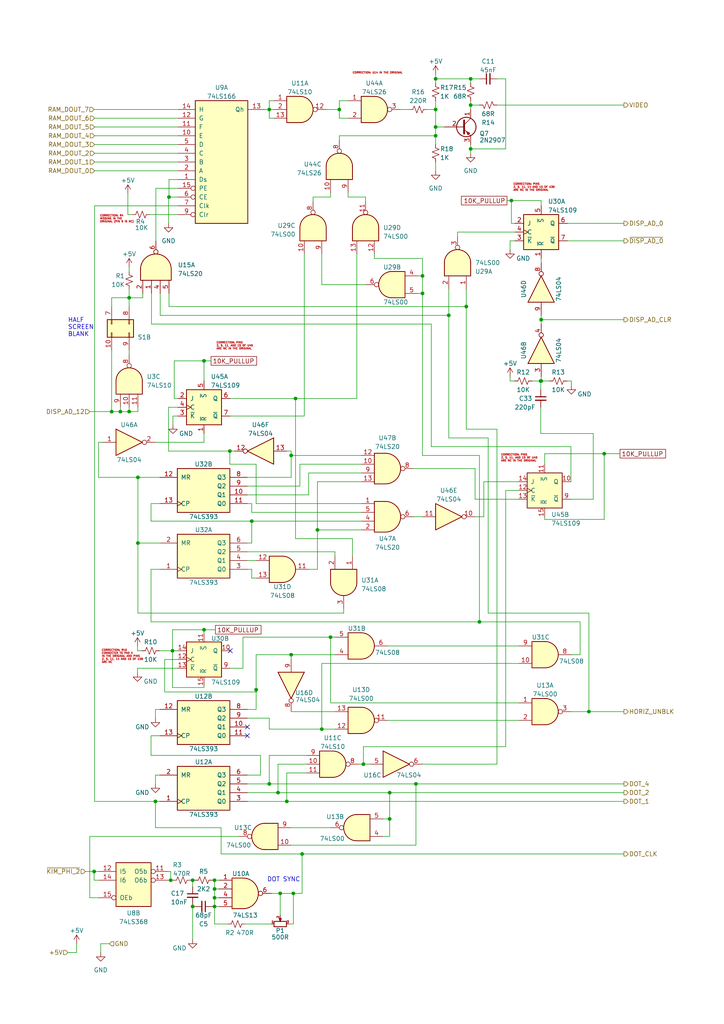
<source format=kicad_sch>
(kicad_sch (version 20230121) (generator eeschema)
  (paper "A4" portrait)
  (title_block (title "MTU K-1008 Visable Memory card replica") (comment 1 "9/4/77 HAL CHAMBERLIN") (comment 2 "SYNC AND VIDEO GEN") (comment 3 "MTU VISABLE MEMORY 22 PIN RAM") (comment 4 "KiCad version and corrections 2023 Eduardo Casino"))
  (lib_symbols
    (symbol "74xx:74LS00" (pin_names (offset 1.016))
      (property "Reference" "U" (at 0 1.27 0))
      (property "Value" "74LS00" (at 0 -1.27 0))
      (symbol "74LS00_1_1"
        (pin input line (at -7.62 2.54 0) (length 3.81) (name "~") (number "1"))
        (pin input line (at -7.62 -2.54 0) (length 3.81) (name "~") (number "2"))
        (pin output inverted (at 7.62 0 180) (length 3.81) (name "~") (number "3"))
      )
      (symbol "74LS00_1_2"
        (pin input inverted (at -7.62 2.54 0) (length 4.318) (name "~") (number "1"))
        (pin input inverted (at -7.62 -2.54 0) (length 4.318) (name "~") (number "2"))
        (pin output line (at 7.62 0 180) (length 3.81) (name "~") (number "3"))
      )
      (symbol "74LS00_2_1"
        (pin input line (at -7.62 2.54 0) (length 3.81) (name "~") (number "4"))
        (pin input line (at -7.62 -2.54 0) (length 3.81) (name "~") (number "5"))
        (pin output inverted (at 7.62 0 180) (length 3.81) (name "~") (number "6"))
      )
      (symbol "74LS00_2_2"
        (pin input inverted (at -7.62 2.54 0) (length 4.318) (name "~") (number "4"))
        (pin input inverted (at -7.62 -2.54 0) (length 4.318) (name "~") (number "5"))
        (pin output line (at 7.62 0 180) (length 3.81) (name "~") (number "6"))
      )
      (symbol "74LS00_3_1"
        (pin input line (at -7.62 -2.54 0) (length 3.81) (name "~") (number "10"))
        (pin output inverted (at 7.62 0 180) (length 3.81) (name "~") (number "8"))
        (pin input line (at -7.62 2.54 0) (length 3.81) (name "~") (number "9"))
      )
      (symbol "74LS00_3_2"
        (pin input inverted (at -7.62 -2.54 0) (length 4.318) (name "~") (number "10"))
        (pin output line (at 7.62 0 180) (length 3.81) (name "~") (number "8"))
        (pin input inverted (at -7.62 2.54 0) (length 4.318) (name "~") (number "9"))
      )
      (symbol "74LS00_4_1"
        (pin output inverted (at 7.62 0 180) (length 3.81) (name "~") (number "11"))
        (pin input line (at -7.62 2.54 0) (length 3.81) (name "~") (number "12"))
        (pin input line (at -7.62 -2.54 0) (length 3.81) (name "~") (number "13"))
      )
      (symbol "74LS00_4_2"
        (pin output line (at 7.62 0 180) (length 3.81) (name "~") (number "11"))
        (pin input inverted (at -7.62 2.54 0) (length 4.318) (name "~") (number "12"))
        (pin input inverted (at -7.62 -2.54 0) (length 4.318) (name "~") (number "13"))
      )
      (symbol "74LS00_5_0"
        (pin power_in line (at 0 12.7 270) (length 5.08) (name "VCC") (number "14"))
        (pin power_in line (at 0 -12.7 90) (length 5.08) (name "GND") (number "7"))
      )
    )
    (symbol "74xx:74LS04"
      (property "Reference" "U" (at 0 1.27 0))
      (property "Value" "74LS04" (at 0 -1.27 0))
      (symbol "74LS04_1_0"
        (pin input line (at -7.62 0 0) (length 3.81) (name "~") (number "1"))
        (pin output inverted (at 7.62 0 180) (length 3.81) (name "~") (number "2"))
      )
      (symbol "74LS04_2_0"
        (pin input line (at -7.62 0 0) (length 3.81) (name "~") (number "3"))
        (pin output inverted (at 7.62 0 180) (length 3.81) (name "~") (number "4"))
      )
      (symbol "74LS04_3_0"
        (pin input line (at -7.62 0 0) (length 3.81) (name "~") (number "5"))
        (pin output inverted (at 7.62 0 180) (length 3.81) (name "~") (number "6"))
      )
      (symbol "74LS04_4_0"
        (pin output inverted (at 7.62 0 180) (length 3.81) (name "~") (number "8"))
        (pin input line (at -7.62 0 0) (length 3.81) (name "~") (number "9"))
      )
      (symbol "74LS04_5_0"
        (pin output inverted (at 7.62 0 180) (length 3.81) (name "~") (number "10"))
        (pin input line (at -7.62 0 0) (length 3.81) (name "~") (number "11"))
      )
      (symbol "74LS04_6_0"
        (pin output inverted (at 7.62 0 180) (length 3.81) (name "~") (number "12"))
        (pin input line (at -7.62 0 0) (length 3.81) (name "~") (number "13"))
      )
      (symbol "74LS04_7_0"
        (pin power_in line (at 0 12.7 270) (length 5.08) (name "VCC") (number "14"))
        (pin power_in line (at 0 -12.7 90) (length 5.08) (name "GND") (number "7"))
      )
    )
    (symbol "74xx:74LS08" (pin_names (offset 1.016))
      (property "Reference" "U" (at 0 1.27 0))
      (property "Value" "74LS08" (at 0 -1.27 0))
      (symbol "74LS08_1_1"
        (pin input line (at -7.62 2.54 0) (length 3.81) (name "~") (number "1"))
        (pin input line (at -7.62 -2.54 0) (length 3.81) (name "~") (number "2"))
        (pin output line (at 7.62 0 180) (length 3.81) (name "~") (number "3"))
      )
      (symbol "74LS08_1_2"
        (pin input inverted (at -7.62 2.54 0) (length 4.318) (name "~") (number "1"))
        (pin input inverted (at -7.62 -2.54 0) (length 4.318) (name "~") (number "2"))
        (pin output inverted (at 7.62 0 180) (length 3.81) (name "~") (number "3"))
      )
      (symbol "74LS08_2_1"
        (pin input line (at -7.62 2.54 0) (length 3.81) (name "~") (number "4"))
        (pin input line (at -7.62 -2.54 0) (length 3.81) (name "~") (number "5"))
        (pin output line (at 7.62 0 180) (length 3.81) (name "~") (number "6"))
      )
      (symbol "74LS08_2_2"
        (pin input inverted (at -7.62 2.54 0) (length 4.318) (name "~") (number "4"))
        (pin input inverted (at -7.62 -2.54 0) (length 4.318) (name "~") (number "5"))
        (pin output inverted (at 7.62 0 180) (length 3.81) (name "~") (number "6"))
      )
      (symbol "74LS08_3_1"
        (pin input line (at -7.62 -2.54 0) (length 3.81) (name "~") (number "10"))
        (pin output line (at 7.62 0 180) (length 3.81) (name "~") (number "8"))
        (pin input line (at -7.62 2.54 0) (length 3.81) (name "~") (number "9"))
      )
      (symbol "74LS08_3_2"
        (pin input inverted (at -7.62 -2.54 0) (length 4.318) (name "~") (number "10"))
        (pin output inverted (at 7.62 0 180) (length 3.81) (name "~") (number "8"))
        (pin input inverted (at -7.62 2.54 0) (length 4.318) (name "~") (number "9"))
      )
      (symbol "74LS08_4_1"
        (pin output line (at 7.62 0 180) (length 3.81) (name "~") (number "11"))
        (pin input line (at -7.62 2.54 0) (length 3.81) (name "~") (number "12"))
        (pin input line (at -7.62 -2.54 0) (length 3.81) (name "~") (number "13"))
      )
      (symbol "74LS08_4_2"
        (pin output inverted (at 7.62 0 180) (length 3.81) (name "~") (number "11"))
        (pin input inverted (at -7.62 2.54 0) (length 4.318) (name "~") (number "12"))
        (pin input inverted (at -7.62 -2.54 0) (length 4.318) (name "~") (number "13"))
      )
      (symbol "74LS08_5_0"
        (pin power_in line (at 0 12.7 270) (length 5.08) (name "VCC") (number "14"))
        (pin power_in line (at 0 -12.7 90) (length 5.08) (name "GND") (number "7"))
      )
    )
    (symbol "74xx:74LS10" (pin_names (offset 1.016))
      (property "Reference" "U" (at 0 1.27 0))
      (property "Value" "74LS10" (at 0 -1.27 0))
      (symbol "74LS10_1_1"
        (pin input line (at -7.62 2.54 0) (length 3.81) (name "~") (number "1"))
        (pin output inverted (at 7.62 0 180) (length 3.81) (name "~") (number "12"))
        (pin input line (at -7.62 -2.54 0) (length 3.81) (name "~") (number "13"))
        (pin input line (at -7.62 0 0) (length 3.81) (name "~") (number "2"))
      )
      (symbol "74LS10_1_2"
        (pin input inverted (at -7.62 2.54 0) (length 4.318) (name "~") (number "1"))
        (pin output line (at 7.62 0 180) (length 3.81) (name "~") (number "12"))
        (pin input inverted (at -7.62 -2.54 0) (length 4.318) (name "~") (number "13"))
        (pin input inverted (at -7.62 0 0) (length 4.953) (name "~") (number "2"))
      )
      (symbol "74LS10_2_1"
        (pin input line (at -7.62 2.54 0) (length 3.81) (name "~") (number "3"))
        (pin input line (at -7.62 0 0) (length 3.81) (name "~") (number "4"))
        (pin input line (at -7.62 -2.54 0) (length 3.81) (name "~") (number "5"))
        (pin output inverted (at 7.62 0 180) (length 3.81) (name "~") (number "6"))
      )
      (symbol "74LS10_2_2"
        (pin input inverted (at -7.62 2.54 0) (length 4.318) (name "~") (number "3"))
        (pin input inverted (at -7.62 0 0) (length 4.953) (name "~") (number "4"))
        (pin input inverted (at -7.62 -2.54 0) (length 4.318) (name "~") (number "5"))
        (pin output line (at 7.62 0 180) (length 3.81) (name "~") (number "6"))
      )
      (symbol "74LS10_3_1"
        (pin input line (at -7.62 0 0) (length 3.81) (name "~") (number "10"))
        (pin input line (at -7.62 -2.54 0) (length 3.81) (name "~") (number "11"))
        (pin output inverted (at 7.62 0 180) (length 3.81) (name "~") (number "8"))
        (pin input line (at -7.62 2.54 0) (length 3.81) (name "~") (number "9"))
      )
      (symbol "74LS10_3_2"
        (pin input inverted (at -7.62 0 0) (length 4.953) (name "~") (number "10"))
        (pin input inverted (at -7.62 -2.54 0) (length 4.318) (name "~") (number "11"))
        (pin output line (at 7.62 0 180) (length 3.81) (name "~") (number "8"))
        (pin input inverted (at -7.62 2.54 0) (length 4.318) (name "~") (number "9"))
      )
      (symbol "74LS10_4_0"
        (pin power_in line (at 0 12.7 270) (length 5.08) (name "VCC") (number "14"))
        (pin power_in line (at 0 -12.7 90) (length 5.08) (name "GND") (number "7"))
      )
    )
    (symbol "74xx:74LS109" (pin_names (offset 1.016))
      (property "Reference" "U" (at -7.62 8.89 0))
      (property "Value" "74LS109" (at -7.62 -8.89 0))
      (symbol "74LS109_1_0"
        (pin input line (at 0 -7.62 90) (length 2.54) (name "~{R}") (number "1"))
        (pin input line (at -7.62 2.54 0) (length 2.54) (name "J") (number "2"))
        (pin input line (at -7.62 -2.54 0) (length 2.54) (name "~{K}") (number "3"))
        (pin input clock (at -7.62 0 0) (length 2.54) (name "C") (number "4"))
        (pin input line (at 0 7.62 270) (length 2.54) (name "~{S}") (number "5"))
        (pin output line (at 7.62 2.54 180) (length 2.54) (name "Q") (number "6"))
        (pin output line (at 7.62 -2.54 180) (length 2.54) (name "~{Q}") (number "7"))
      )
      (symbol "74LS109_2_0"
        (pin output line (at 7.62 2.54 180) (length 2.54) (name "Q") (number "10"))
        (pin input line (at 0 7.62 270) (length 2.54) (name "~{S}") (number "11"))
        (pin input clock (at -7.62 0 0) (length 2.54) (name "C") (number "12"))
        (pin input line (at -7.62 -2.54 0) (length 2.54) (name "~{K}") (number "13"))
        (pin input line (at -7.62 2.54 0) (length 2.54) (name "J") (number "14"))
        (pin input line (at 0 -7.62 90) (length 2.54) (name "~{R}") (number "15"))
        (pin output line (at 7.62 -2.54 180) (length 2.54) (name "~{Q}") (number "9"))
      )
      (symbol "74LS109_3_0"
        (pin power_in line (at 0 10.16 270) (length 2.54) (name "VCC") (number "16"))
        (pin power_in line (at 0 -10.16 90) (length 2.54) (name "GND") (number "8"))
      )
    )
    (symbol "74xx:74LS13" (pin_names (offset 1.016))
      (property "Reference" "U" (at 0 1.27 0))
      (property "Value" "74LS13" (at 0 -1.27 0))
      (symbol "74LS13_1_1"
        (pin input line (at -7.62 3.81 0) (length 3.81) (name "~") (number "1"))
        (pin input line (at -7.62 1.27 0) (length 3.81) (name "~") (number "2"))
        (pin input line (at -7.62 -1.27 0) (length 3.81) (name "~") (number "4"))
        (pin input line (at -7.62 -3.81 0) (length 3.81) (name "~") (number "5"))
        (pin output inverted (at 7.62 0 180) (length 3.81) (name "~") (number "6"))
      )
      (symbol "74LS13_1_2"
        (pin input inverted (at -7.62 3.81 0) (length 3.81) (name "~") (number "1"))
        (pin input inverted (at -7.62 1.27 0) (length 4.826) (name "~") (number "2"))
        (pin input inverted (at -7.62 -1.27 0) (length 4.826) (name "~") (number "4"))
        (pin input inverted (at -7.62 -3.81 0) (length 3.81) (name "~") (number "5"))
        (pin output line (at 7.62 0 180) (length 3.81) (name "~") (number "6"))
      )
      (symbol "74LS13_2_1"
        (pin input line (at -7.62 1.27 0) (length 3.81) (name "~") (number "10"))
        (pin input line (at -7.62 -1.27 0) (length 3.81) (name "~") (number "12"))
        (pin input line (at -7.62 -3.81 0) (length 3.81) (name "~") (number "13"))
        (pin output inverted (at 7.62 0 180) (length 3.81) (name "~") (number "8"))
        (pin input line (at -7.62 3.81 0) (length 3.81) (name "~") (number "9"))
      )
      (symbol "74LS13_2_2"
        (pin input inverted (at -7.62 1.27 0) (length 4.826) (name "~") (number "10"))
        (pin input inverted (at -7.62 -1.27 0) (length 4.826) (name "~") (number "12"))
        (pin input inverted (at -7.62 -3.81 0) (length 3.81) (name "~") (number "13"))
        (pin output line (at 7.62 0 180) (length 3.81) (name "~") (number "8"))
        (pin input inverted (at -7.62 3.81 0) (length 3.81) (name "~") (number "9"))
      )
      (symbol "74LS13_3_0"
        (pin power_in line (at 0 12.7 270) (length 5.08) (name "VCC") (number "14"))
        (pin power_in line (at 0 -12.7 90) (length 5.08) (name "GND") (number "7"))
      )
    )
    (symbol "74xx:74LS26" (pin_names (offset 1.016))
      (property "Reference" "U" (at 0 1.27 0))
      (property "Value" "74LS26" (at 0 -1.27 0))
      (symbol "74LS26_1_1"
        (pin input line (at -7.62 2.54 0) (length 3.81) (name "~") (number "1"))
        (pin input line (at -7.62 -2.54 0) (length 3.81) (name "~") (number "2"))
        (pin open_collector inverted (at 7.62 0 180) (length 3.81) (name "~") (number "3"))
      )
      (symbol "74LS26_1_2"
        (pin input inverted (at -7.62 2.54 0) (length 4.318) (name "~") (number "1"))
        (pin input inverted (at -7.62 -2.54 0) (length 4.318) (name "~") (number "2"))
        (pin open_collector line (at 7.62 0 180) (length 3.81) (name "~") (number "3"))
      )
      (symbol "74LS26_2_1"
        (pin input line (at -7.62 2.54 0) (length 3.81) (name "~") (number "4"))
        (pin input line (at -7.62 -2.54 0) (length 3.81) (name "~") (number "5"))
        (pin open_collector inverted (at 7.62 0 180) (length 3.81) (name "~") (number "6"))
      )
      (symbol "74LS26_2_2"
        (pin input inverted (at -7.62 2.54 0) (length 4.318) (name "~") (number "4"))
        (pin input inverted (at -7.62 -2.54 0) (length 4.318) (name "~") (number "5"))
        (pin open_collector line (at 7.62 0 180) (length 3.81) (name "~") (number "6"))
      )
      (symbol "74LS26_3_1"
        (pin input line (at -7.62 -2.54 0) (length 3.81) (name "~") (number "10"))
        (pin open_collector inverted (at 7.62 0 180) (length 3.81) (name "~") (number "8"))
        (pin input line (at -7.62 2.54 0) (length 3.81) (name "~") (number "9"))
      )
      (symbol "74LS26_3_2"
        (pin input inverted (at -7.62 -2.54 0) (length 4.318) (name "~") (number "10"))
        (pin open_collector line (at 7.62 0 180) (length 3.81) (name "~") (number "8"))
        (pin input inverted (at -7.62 2.54 0) (length 4.318) (name "~") (number "9"))
      )
      (symbol "74LS26_4_1"
        (pin open_collector inverted (at 7.62 0 180) (length 3.81) (name "~") (number "11"))
        (pin input line (at -7.62 2.54 0) (length 3.81) (name "~") (number "12"))
        (pin input line (at -7.62 -2.54 0) (length 3.81) (name "~") (number "13"))
      )
      (symbol "74LS26_4_2"
        (pin open_collector line (at 7.62 0 180) (length 3.81) (name "~") (number "11"))
        (pin input inverted (at -7.62 2.54 0) (length 4.318) (name "~") (number "12"))
        (pin input inverted (at -7.62 -2.54 0) (length 4.318) (name "~") (number "13"))
      )
      (symbol "74LS26_5_0"
        (pin power_in line (at 0 12.7 270) (length 5.08) (name "VCC") (number "14"))
        (pin power_in line (at 0 -12.7 90) (length 5.08) (name "GND") (number "7"))
      )
    )
    (symbol "74xx:74LS393" (pin_names (offset 1.016))
      (property "Reference" "U" (at -7.62 8.89 0))
      (property "Value" "74LS393" (at -7.62 -8.89 0))
      (symbol "74LS393_1_0"
        (pin input clock (at -12.7 2.54 0) (length 5.08) (name "CP") (number "1"))
        (pin input line (at -12.7 -5.08 0) (length 5.08) (name "MR") (number "2"))
        (pin output line (at 12.7 2.54 180) (length 5.08) (name "Q0") (number "3"))
        (pin output line (at 12.7 0 180) (length 5.08) (name "Q1") (number "4"))
        (pin output line (at 12.7 -2.54 180) (length 5.08) (name "Q2") (number "5"))
        (pin output line (at 12.7 -5.08 180) (length 5.08) (name "Q3") (number "6"))
      )
      (symbol "74LS393_2_0"
        (pin output line (at 12.7 0 180) (length 5.08) (name "Q1") (number "10"))
        (pin output line (at 12.7 2.54 180) (length 5.08) (name "Q0") (number "11"))
        (pin input line (at -12.7 -5.08 0) (length 5.08) (name "MR") (number "12"))
        (pin input clock (at -12.7 2.54 0) (length 5.08) (name "CP") (number "13"))
        (pin output line (at 12.7 -5.08 180) (length 5.08) (name "Q3") (number "8"))
        (pin output line (at 12.7 -2.54 180) (length 5.08) (name "Q2") (number "9"))
      )
      (symbol "74LS393_3_0"
        (pin power_in line (at 0 12.7 270) (length 5.08) (name "VCC") (number "14"))
        (pin power_in line (at 0 -12.7 90) (length 5.08) (name "GND") (number "7"))
      )
    )
    (symbol "Device:C_Small" (pin_numbers hide) (pin_names (offset 0.254) hide)
      (property "Reference" "C" (at 0.254 1.778 0))
      (property "Value" "C_Small" (at 0.254 -2.032 0))
      (symbol "C_Small_1_1"
        (pin passive line (at 0 2.54 270) (length 2.032) (name "~") (number "1"))
        (pin passive line (at 0 -2.54 90) (length 2.032) (name "~") (number "2"))
      )
    )
    (symbol "Device:R_Potentiometer_Small" (pin_names (offset 1.016) hide)
      (property "Reference" "RV" (at -4.445 0 90))
      (property "Value" "R_Potentiometer_Small" (at -2.54 0 90))
      (symbol "R_Potentiometer_Small_1_1"
        (pin passive line (at 0 2.54 270) (length 0.635) (name "1") (number "1"))
        (pin passive line (at 2.54 0 180) (length 0.9906) (name "2") (number "2"))
        (pin passive line (at 0 -2.54 90) (length 0.635) (name "3") (number "3"))
      )
    )
    (symbol "Device:R_Small_US" (pin_numbers hide) (pin_names (offset 0.254) hide)
      (property "Reference" "R" (at 0.762 0.508 0))
      (property "Value" "R_Small_US" (at 0.762 -1.016 0))
      (symbol "R_Small_US_1_1"
        (pin passive line (at 0 2.54 270) (length 1.016) (name "~") (number "1"))
        (pin passive line (at 0 -2.54 90) (length 1.016) (name "~") (number "2"))
      )
    )
    (symbol "K-1008_Library:2N2907" (pin_names (offset 0) hide)
      (property "Reference" "Q" (at 5.08 1.905 0))
      (property "Value" "2N2907" (at 5.08 0 0))
      (symbol "2N2907_1_1"
        (pin passive line (at 2.54 5.08 270) (length 2.54) (name "C") (number "1"))
        (pin input line (at -5.08 0 0) (length 5.715) (name "B") (number "2"))
        (pin passive line (at 2.54 -5.08 90) (length 2.54) (name "E") (number "3"))
      )
    )
    (symbol "K-1008_Library:74LS166" (pin_names (offset 1.016))
      (property "Reference" "U" (at 0 1.016 0))
      (property "Value" "74LS166" (at 0 -1.27 0))
      (symbol "74LS166_1_0"
        (pin input line (at -12.7 -2.54 0) (length 5.08) (name "Ds") (number "1"))
        (pin input line (at -12.7 10.16 0) (length 5.08) (name "E") (number "10"))
        (pin input line (at -12.7 12.7 0) (length 5.08) (name "F") (number "11"))
        (pin input line (at -12.7 15.24 0) (length 5.08) (name "G") (number "12"))
        (pin output line (at 12.7 17.78 180) (length 5.08) (name "Qh") (number "13"))
        (pin input line (at -12.7 17.78 0) (length 5.08) (name "H") (number "14"))
        (pin input inverted (at -12.7 -5.08 0) (length 5.08) (name "PE") (number "15"))
        (pin input line (at -12.7 0 0) (length 5.08) (name "A") (number "2"))
        (pin input line (at -12.7 2.54 0) (length 5.08) (name "B") (number "3"))
        (pin input line (at -12.7 5.08 0) (length 5.08) (name "C") (number "4"))
        (pin input line (at -12.7 7.62 0) (length 5.08) (name "D") (number "5"))
        (pin input inverted (at -12.7 -7.62 0) (length 5.08) (name "CE") (number "6"))
        (pin input line (at -12.7 -10.16 0) (length 5.08) (name "Clk") (number "7"))
        (pin input inverted (at -12.7 -12.7 0) (length 5.08) (name "Clr") (number "9"))
      )
      (symbol "74LS166_2_0"
        (pin power_in line (at 0 12.7 270) (length 5.08) (name "VCC") (number "16"))
        (pin power_in line (at 0 -12.7 90) (length 5.08) (name "GND") (number "8"))
      )
    )
    (symbol "K-1008_Library:74LS20_U15" (pin_names (offset 1.016))
      (property "Reference" "U" (at 0 1.27 0))
      (property "Value" "74LS20" (at 0 -1.27 0))
      (symbol "74LS20_U15_1_1"
        (pin input line (at -7.62 1.27 0) (length 3.81) (name "~") (number "1"))
        (pin input line (at -7.62 3.81 0) (length 3.81) (name "~") (number "2"))
        (pin input line (at -7.62 -1.27 0) (length 3.81) (name "~") (number "4"))
        (pin input line (at -7.62 -3.81 0) (length 3.81) (name "~") (number "5"))
        (pin output inverted (at 7.62 0 180) (length 3.81) (name "~") (number "6"))
      )
      (symbol "74LS20_U15_1_2"
        (pin input inverted (at -7.62 3.81 0) (length 3.81) (name "~") (number "1"))
        (pin input inverted (at -7.62 1.27 0) (length 4.826) (name "~") (number "2"))
        (pin input inverted (at -7.62 -1.27 0) (length 4.826) (name "~") (number "4"))
        (pin input inverted (at -7.62 -3.81 0) (length 3.81) (name "~") (number "5"))
        (pin output line (at 7.62 0 180) (length 3.81) (name "~") (number "6"))
      )
      (symbol "74LS20_U15_2_1"
        (pin input line (at -7.62 1.27 0) (length 3.81) (name "~") (number "10"))
        (pin input line (at -7.62 -1.27 0) (length 3.81) (name "~") (number "12"))
        (pin input line (at -7.62 -3.81 0) (length 3.81) (name "~") (number "13"))
        (pin output inverted (at 7.62 0 180) (length 3.81) (name "~") (number "8"))
        (pin input line (at -7.62 3.81 0) (length 3.81) (name "~") (number "9"))
      )
      (symbol "74LS20_U15_2_2"
        (pin input inverted (at -7.62 1.27 0) (length 4.826) (name "~") (number "10"))
        (pin input inverted (at -7.62 -1.27 0) (length 4.826) (name "~") (number "12"))
        (pin input inverted (at -7.62 -3.81 0) (length 3.81) (name "~") (number "13"))
        (pin output line (at 7.62 0 180) (length 3.81) (name "~") (number "8"))
        (pin input inverted (at -7.62 3.81 0) (length 3.81) (name "~") (number "9"))
      )
      (symbol "74LS20_U15_3_0"
        (pin power_in line (at 0 12.7 270) (length 5.08) (name "VCC") (number "14"))
        (pin power_in line (at 0 -12.7 90) (length 5.08) (name "GND") (number "7"))
      )
    )
    (symbol "K-1008_Library:74LS20_U47" (pin_names (offset 1.016))
      (property "Reference" "U" (at 0 1.27 0))
      (property "Value" "74LS20" (at 0 -1.27 0))
      (symbol "74LS20_U47_1_1"
        (pin input line (at -7.62 3.81 0) (length 3.81) (name "~") (number "1"))
        (pin input line (at -7.62 -3.81 0) (length 3.81) (name "~") (number "2"))
        (pin input line (at -7.62 -1.27 0) (length 3.81) (name "~") (number "4"))
        (pin input line (at -7.62 1.27 0) (length 3.81) (name "~") (number "5"))
        (pin output inverted (at 7.62 0 180) (length 3.81) (name "~") (number "6"))
      )
      (symbol "74LS20_U47_1_2"
        (pin input inverted (at -7.62 3.81 0) (length 3.81) (name "~") (number "1"))
        (pin input inverted (at -7.62 1.27 0) (length 4.826) (name "~") (number "2"))
        (pin input inverted (at -7.62 -1.27 0) (length 4.826) (name "~") (number "4"))
        (pin input inverted (at -7.62 -3.81 0) (length 3.81) (name "~") (number "5"))
        (pin output line (at 7.62 0 180) (length 3.81) (name "~") (number "6"))
      )
      (symbol "74LS20_U47_2_1"
        (pin input line (at -7.62 1.27 0) (length 3.81) (name "~") (number "10"))
        (pin input line (at -7.62 3.81 0) (length 3.81) (name "~") (number "12"))
        (pin input line (at -7.62 -3.81 0) (length 3.81) (name "~") (number "13"))
        (pin output inverted (at 7.62 0 180) (length 3.81) (name "~") (number "8"))
        (pin input line (at -7.62 -1.27 0) (length 3.81) (name "~") (number "9"))
      )
      (symbol "74LS20_U47_2_2"
        (pin input inverted (at -7.62 1.27 0) (length 4.826) (name "~") (number "10"))
        (pin input inverted (at -7.62 -1.27 0) (length 4.826) (name "~") (number "12"))
        (pin input inverted (at -7.62 -3.81 0) (length 3.81) (name "~") (number "13"))
        (pin output line (at 7.62 0 180) (length 3.81) (name "~") (number "8"))
        (pin input inverted (at -7.62 3.81 0) (length 3.81) (name "~") (number "9"))
      )
      (symbol "74LS20_U47_3_0"
        (pin power_in line (at 0 12.7 270) (length 5.08) (name "VCC") (number "14"))
        (pin power_in line (at 0 -12.7 90) (length 5.08) (name "GND") (number "7"))
      )
    )
    (symbol "K-1008_Library:74LS368" (pin_names (offset 1.016))
      (property "Reference" "U" (at 0 0.762 0))
      (property "Value" "74LS368" (at 0 -1.27 0))
      (symbol "74LS368_1_0"
        (pin input inverted (at -12.7 -6.35 0) (length 5.08) (name "OEa") (number "1"))
        (pin input line (at -12.7 -1.27 0) (length 5.08) (name "I4") (number "10"))
        (pin input line (at -12.7 6.35 0) (length 5.08) (name "I1") (number "2"))
        (pin tri_state inverted (at 12.7 6.35 180) (length 5.08) (name "O1a") (number "3"))
        (pin input line (at -12.7 3.81 0) (length 5.08) (name "I2") (number "4"))
        (pin tri_state inverted (at 12.7 3.81 180) (length 5.08) (name "O2a") (number "5"))
        (pin input line (at -12.7 1.27 0) (length 5.08) (name "I3") (number "6"))
        (pin tri_state inverted (at 12.7 1.27 180) (length 5.08) (name "O3a") (number "7"))
        (pin tri_state inverted (at 12.7 -1.27 180) (length 5.08) (name "O4a") (number "9"))
      )
      (symbol "74LS368_2_0"
        (pin tri_state inverted (at 10.16 3.81 180) (length 5.08) (name "O5b") (number "11"))
        (pin input line (at -10.16 3.81 0) (length 5.08) (name "I5") (number "12"))
        (pin tri_state inverted (at 10.16 1.27 180) (length 5.08) (name "O6b") (number "13"))
        (pin input line (at -10.16 1.27 0) (length 5.08) (name "I6") (number "14"))
        (pin input inverted (at -10.16 -3.81 0) (length 5.08) (name "OEb") (number "15"))
      )
      (symbol "74LS368_3_0"
        (pin power_in line (at 0 12.7 270) (length 5.08) (name "VCC") (number "16"))
        (pin power_in line (at 0 -12.7 90) (length 5.08) (name "GND") (number "8"))
      )
    )
    (symbol "K-1008_Library:Conn_02x08_Counter_Clockwise" (pin_names (offset 1.016) hide)
      (property "Reference" "J" (at 1.27 5.08 0))
      (property "Value" "Conn_02x08_Counter_Clockwise" (at 1.016 -5.334 0))
      (symbol "Conn_02x08_Counter_Clockwise_1_1"
        (pin passive line (at -5.08 2.54 0) (length 3.81) (name "Pin_1") (number "1"))
        (pin passive line (at 7.62 -12.7 180) (length 3.81) (name "Pin_11") (number "11"))
        (pin passive line (at 7.62 -17.78 180) (length 3.81) (name "Pin_12") (number "12"))
        (pin passive line (at 7.62 -2.54 180) (length 3.81) (name "Pin_13") (number "13"))
        (pin passive line (at 7.62 -7.62 180) (length 3.81) (name "Pin_14") (number "14"))
        (pin passive line (at 7.62 7.62 180) (length 3.81) (name "Pin_15") (number "15"))
        (pin passive line (at 7.62 2.54 180) (length 3.81) (name "Pin_16") (number "16"))
        (pin passive line (at -5.08 7.62 0) (length 3.81) (name "Pin_2") (number "2"))
        (pin passive line (at -5.08 -7.62 0) (length 3.81) (name "Pin_3") (number "3"))
        (pin passive line (at -5.08 -2.54 0) (length 3.81) (name "Pin_4") (number "4"))
        (pin passive line (at -5.08 -17.78 0) (length 3.81) (name "Pin_5") (number "5"))
        (pin passive line (at -5.08 -12.7 0) (length 3.81) (name "Pin_6") (number "6"))
      )
      (symbol "Conn_02x08_Counter_Clockwise_2_1"
        (pin passive line (at 7.62 2.54 180) (length 3.81) (name "Pin_10") (number "10"))
        (pin passive line (at -5.08 2.54 0) (length 3.81) (name "Pin_7") (number "7"))
        (pin passive line (at -5.08 -2.54 0) (length 3.81) (name "Pin_8") (number "8"))
        (pin passive line (at 7.62 -2.54 180) (length 3.81) (name "Pin_9") (number "9"))
      )
    )
    (symbol "power:+5V" (power) (pin_names (offset 0))
      (property "Value" "+5V" (at 0 3.556 0))
      (symbol "+5V_1_1"
        (pin power_in line (at 0 0 90) (length 0) hide (name "+5V") (number "1"))
      )
    )
    (symbol "power:GND" (power) (pin_names (offset 0))
      (property "Value" "GND" (at 0 -3.81 0))
      (symbol "GND_1_1"
        (pin power_in line (at 0 0 270) (length 0) hide (name "GND") (number "1"))
      )
    )
  )
  (junction (at 85.725 115.57))
  (junction (at 122.555 80.01))
  (junction (at 113.03 229.87))
  (junction (at 73.025 151.13))
  (junction (at 156.972 92.71))
  (junction (at 74.295 200.025))
  (junction (at 120.65 227.33))
  (junction (at 135.255 88.9))
  (junction (at 92.075 153.67))
  (junction (at 105.41 221.615))
  (junction (at 130.175 91.44))
  (junction (at 62.23 255.27))
  (junction (at 126.365 36.83))
  (junction (at 122.555 85.09))
  (junction (at 27.305 252.73))
  (junction (at 126.365 39.37))
  (junction (at 34.925 119.38))
  (junction (at 95.885 184.785))
  (junction (at 40.005 138.43))
  (junction (at 50.038 188.722))
  (junction (at 156.845 110.49))
  (junction (at 55.88 255.27))
  (junction (at 85.09 259.08))
  (junction (at 66.675 130.81))
  (junction (at 37.465 119.38))
  (junction (at 87.63 247.65))
  (junction (at 62.23 260.35))
  (junction (at 81.28 259.08))
  (junction (at 37.465 86.36))
  (junction (at 170.815 206.375))
  (junction (at 139.065 180.34))
  (junction (at 40.005 157.48))
  (junction (at 62.23 262.89))
  (junction (at 49.53 255.27))
  (junction (at 126.365 31.75))
  (junction (at 45.085 232.41))
  (junction (at 59.182 182.626))
  (junction (at 136.525 22.86))
  (junction (at 59.182 104.648))
  (junction (at 78.105 227.33))
  (junction (at 126.365 22.86))
  (junction (at 148.336 58.166))
  (junction (at 49.022 57.15))
  (junction (at 136.525 30.48))
  (junction (at 55.88 262.89))
  (junction (at 93.345 211.455))
  (junction (at 156.972 110.49))
  (junction (at 98.425 31.75))
  (junction (at 175.26 131.572))
  (junction (at 78.105 31.75))
  (junction (at 80.645 229.87))
  (junction (at 84.455 132.08))
  (junction (at 136.525 43.18))
  (junction (at 83.185 232.41))
  (junction (at 32.385 119.38))
  (junction (at 62.23 257.81))
  (junction (at 113.03 237.49))
  (junction (at 84.455 189.865))
  (no_connect (at 71.755 213.36))
  (no_connect (at 66.802 188.722))
  (no_connect (at 71.755 210.82))
  (wire (pts (xy 126.365 29.21) (xy 126.365 31.75)))
  (wire (pts (xy 50.546 104.648) (xy 59.182 104.648)))
  (wire (pts (xy 62.23 262.89) (xy 62.23 267.97)))
  (wire (pts (xy 104.14 221.615) (xy 105.41 221.615)))
  (wire (pts (xy 139.065 132.08) (xy 139.065 180.34)))
  (wire (pts (xy 141.605 127) (xy 130.175 127)))
  (wire (pts (xy 37.465 119.38) (xy 40.005 119.38)))
  (wire (pts (xy 55.88 255.27) (xy 56.515 255.27)))
  (wire (pts (xy 78.74 259.08) (xy 81.28 259.08)))
  (wire (pts (xy 98.425 34.29) (xy 100.965 34.29)))
  (wire (pts (xy 88.265 120.65) (xy 88.265 73.66)))
  (wire (pts (xy 59.182 199.39) (xy 50.038 199.39)))
  (wire (pts (xy 105.41 216.535) (xy 105.41 221.615)))
  (wire (pts (xy 64.135 247.65) (xy 87.63 247.65)))
  (wire (pts (xy 31.75 273.685) (xy 29.21 273.685)))
  (wire (pts (xy 156.845 118.11) (xy 156.845 125.73)))
  (wire (pts (xy 39.878 188.722) (xy 41.148 188.722)))
  (wire (pts (xy 49.022 57.15) (xy 48.895 57.15)))
  (wire (pts (xy 37.465 101.6) (xy 37.465 102.87)))
  (wire (pts (xy 111.125 242.57) (xy 113.03 242.57)))
  (wire (pts (xy 27.432 46.99) (xy 51.562 46.99)))
  (wire (pts (xy 49.53 255.27) (xy 50.165 255.27)))
  (wire (pts (xy 149.352 67.31) (xy 132.715 67.31)))
  (wire (pts (xy 135.255 88.9) (xy 135.255 124.46)))
  (wire (pts (xy 73.025 165.1) (xy 73.025 167.64)))
  (wire (pts (xy 121.285 85.09) (xy 122.555 85.09)))
  (wire (pts (xy 168.275 180.34) (xy 168.275 189.865)))
  (wire (pts (xy 126.365 46.99) (xy 126.365 49.53)))
  (wire (pts (xy 59.182 104.648) (xy 61.214 104.648)))
  (wire (pts (xy 78.105 227.33) (xy 78.105 219.075)))
  (wire (pts (xy 122.555 132.08) (xy 139.065 132.08)))
  (wire (pts (xy 71.755 227.33) (xy 78.105 227.33)))
  (wire (pts (xy 78.105 208.28) (xy 71.755 208.28)))
  (wire (pts (xy 136.525 41.91) (xy 136.525 43.18)))
  (wire (pts (xy 93.345 192.405) (xy 93.345 211.455)))
  (wire (pts (xy 84.455 130.81) (xy 84.455 132.08)))
  (wire (pts (xy 84.455 132.08) (xy 104.775 132.08)))
  (wire (pts (xy 47.752 200.66) (xy 74.422 200.66)))
  (wire (pts (xy 123.825 31.75) (xy 126.365 31.75)))
  (wire (pts (xy 126.365 36.83) (xy 128.905 36.83)))
  (wire (pts (xy 122.555 85.09) (xy 122.555 132.08)))
  (wire (pts (xy 111.125 237.49) (xy 113.03 237.49)))
  (wire (pts (xy 97.155 160.02) (xy 97.155 161.29)))
  (wire (pts (xy 75.565 224.79) (xy 71.755 224.79)))
  (wire (pts (xy 48.895 130.81) (xy 66.675 130.81)))
  (wire (pts (xy 51.562 118.11) (xy 48.895 118.11)))
  (wire (pts (xy 39.878 193.802) (xy 39.878 195.072)))
  (wire (pts (xy 86.995 140.97) (xy 86.995 134.62)))
  (wire (pts (xy 90.805 57.15) (xy 95.885 57.15)))
  (wire (pts (xy 26.035 242.57) (xy 26.035 260.35)))
  (wire (pts (xy 49.53 252.73) (xy 49.53 255.27)))
  (wire (pts (xy 126.365 21.59) (xy 126.365 22.86)))
  (wire (pts (xy 156.972 110.49) (xy 159.385 110.49)))
  (wire (pts (xy 121.285 80.01) (xy 122.555 80.01)))
  (wire (pts (xy 83.185 224.155) (xy 88.9 224.155)))
  (wire (pts (xy 71.12 267.97) (xy 78.74 267.97)))
  (wire (pts (xy 28.575 138.43) (xy 28.575 128.27)))
  (wire (pts (xy 93.345 82.55) (xy 93.345 73.66)))
  (wire (pts (xy 40.005 157.48) (xy 46.355 157.48)))
  (wire (pts (xy 95.885 184.785) (xy 70.485 184.785)))
  (wire (pts (xy 50.038 188.722) (xy 51.562 188.722)))
  (wire (pts (xy 78.105 34.29) (xy 79.375 34.29)))
  (wire (pts (xy 87.63 259.08) (xy 87.63 247.65)))
  (wire (pts (xy 48.895 255.27) (xy 49.53 255.27)))
  (wire (pts (xy 85.725 115.57) (xy 103.505 115.57)))
  (wire (pts (xy 59.182 182.626) (xy 59.182 183.642)))
  (wire (pts (xy 37.084 56.134) (xy 37.084 62.23)))
  (wire (pts (xy 50.038 199.39) (xy 50.038 188.722)))
  (wire (pts (xy 100.965 57.15) (xy 106.045 57.15)))
  (wire (pts (xy 37.084 62.23) (xy 38.354 62.23)))
  (wire (pts (xy 50.038 188.722) (xy 50.038 182.626)))
  (wire (pts (xy 27.305 252.73) (xy 27.305 255.27)))
  (wire (pts (xy 66.675 130.81) (xy 67.945 130.81)))
  (wire (pts (xy 59.182 128.27) (xy 59.182 125.73)))
  (wire (pts (xy 43.942 93.98) (xy 125.095 93.98)))
  (wire (pts (xy 48.895 57.15) (xy 48.895 64.77)))
  (wire (pts (xy 172.085 144.78) (xy 165.608 144.78)))
  (wire (pts (xy 165.608 129.54) (xy 125.095 129.54)))
  (wire (pts (xy 37.465 86.36) (xy 37.465 88.9)))
  (wire (pts (xy 27.305 255.27) (xy 28.575 255.27)))
  (wire (pts (xy 108.585 74.93) (xy 122.555 74.93)))
  (wire (pts (xy 99.695 177.8) (xy 99.695 176.53)))
  (wire (pts (xy 156.972 109.22) (xy 156.972 110.49)))
  (wire (pts (xy 37.465 77.47) (xy 37.465 78.74)))
  (wire (pts (xy 34.925 119.38) (xy 37.465 119.38)))
  (wire (pts (xy 156.972 92.71) (xy 180.975 92.71)))
  (wire (pts (xy 85.09 267.97) (xy 85.09 259.08)))
  (wire (pts (xy 70.485 184.785) (xy 70.485 193.802)))
  (wire (pts (xy 144.145 30.48) (xy 180.975 30.48)))
  (wire (pts (xy 98.425 29.21) (xy 98.425 31.75)))
  (wire (pts (xy 126.365 31.75) (xy 126.365 36.83)))
  (wire (pts (xy 97.155 206.375) (xy 84.455 206.375)))
  (wire (pts (xy 51.562 59.69) (xy 27.432 59.69)))
  (wire (pts (xy 51.562 52.07) (xy 49.022 52.07)))
  (wire (pts (xy 32.385 86.36) (xy 37.465 86.36)))
  (wire (pts (xy 27.432 34.29) (xy 51.562 34.29)))
  (wire (pts (xy 19.685 276.225) (xy 22.225 276.225)))
  (wire (pts (xy 156.972 59.69) (xy 156.972 58.166)))
  (wire (pts (xy 71.755 229.87) (xy 80.645 229.87)))
  (wire (pts (xy 45.085 224.79) (xy 45.085 227.33)))
  (wire (pts (xy 80.645 221.615) (xy 80.645 229.87)))
  (wire (pts (xy 46.228 188.722) (xy 50.038 188.722)))
  (wire (pts (xy 86.995 134.62) (xy 104.775 134.62)))
  (wire (pts (xy 92.075 165.1) (xy 92.075 153.67)))
  (wire (pts (xy 73.025 146.05) (xy 73.025 148.59)))
  (wire (pts (xy 71.755 143.51) (xy 89.535 143.51)))
  (wire (pts (xy 27.432 36.83) (xy 51.562 36.83)))
  (wire (pts (xy 164.592 69.85) (xy 180.975 69.85)))
  (wire (pts (xy 73.025 148.59) (xy 104.775 148.59)))
  (wire (pts (xy 27.432 44.45) (xy 51.562 44.45)))
  (wire (pts (xy 122.555 74.93) (xy 122.555 80.01)))
  (wire (pts (xy 103.505 73.66) (xy 103.505 115.57)))
  (wire (pts (xy 135.255 124.46) (xy 144.145 124.46)))
  (wire (pts (xy 97.155 189.865) (xy 84.455 189.865)))
  (wire (pts (xy 45.212 54.61) (xy 45.212 69.85)))
  (wire (pts (xy 156.845 110.49) (xy 156.845 113.03)))
  (wire (pts (xy 46.482 85.09) (xy 46.482 91.44)))
  (wire (pts (xy 157.988 131.572) (xy 175.26 131.572)))
  (wire (pts (xy 140.335 139.7) (xy 150.368 139.7)))
  (wire (pts (xy 146.685 216.535) (xy 105.41 216.535)))
  (wire (pts (xy 92.075 139.7) (xy 104.775 139.7)))
  (wire (pts (xy 43.815 213.36) (xy 43.815 219.075)))
  (wire (pts (xy 29.21 273.685) (xy 29.21 276.225)))
  (wire (pts (xy 141.605 177.8) (xy 141.605 127)))
  (wire (pts (xy 126.365 39.37) (xy 126.365 41.91)))
  (wire (pts (xy 89.535 137.16) (xy 104.775 137.16)))
  (wire (pts (xy 48.895 118.11) (xy 48.895 130.81)))
  (wire (pts (xy 120.65 245.11) (xy 120.65 227.33)))
  (wire (pts (xy 83.185 232.41) (xy 180.975 232.41)))
  (wire (pts (xy 62.23 260.35) (xy 62.23 262.89)))
  (wire (pts (xy 136.525 43.18) (xy 136.525 44.45)))
  (wire (pts (xy 43.434 62.23) (xy 51.562 62.23)))
  (wire (pts (xy 27.432 49.53) (xy 51.562 49.53)))
  (wire (pts (xy 146.685 43.18) (xy 146.685 22.86)))
  (wire (pts (xy 89.535 143.51) (xy 89.535 137.16)))
  (wire (pts (xy 100.965 29.21) (xy 98.425 29.21)))
  (wire (pts (xy 61.595 262.89) (xy 62.23 262.89)))
  (wire (pts (xy 92.075 153.67) (xy 92.075 139.7)))
  (wire (pts (xy 74.422 200.66) (xy 74.422 200.025)))
  (wire (pts (xy 104.775 151.13) (xy 73.025 151.13)))
  (wire (pts (xy 148.336 58.166) (xy 156.972 58.166)))
  (wire (pts (xy 45.085 128.27) (xy 59.182 128.27)))
  (wire (pts (xy 98.425 31.75) (xy 98.425 34.29)))
  (wire (pts (xy 26.035 119.38) (xy 32.385 119.38)))
  (wire (pts (xy 78.105 219.075) (xy 88.9 219.075)))
  (wire (pts (xy 116.205 31.75) (xy 118.745 31.75)))
  (wire (pts (xy 27.432 39.37) (xy 51.562 39.37)))
  (wire (pts (xy 46.355 224.79) (xy 45.085 224.79)))
  (wire (pts (xy 130.175 83.82) (xy 130.175 91.44)))
  (wire (pts (xy 112.395 208.915) (xy 150.495 208.915)))
  (wire (pts (xy 105.41 221.615) (xy 107.315 221.615)))
  (wire (pts (xy 74.422 200.025) (xy 74.295 200.025)))
  (wire (pts (xy 175.26 131.572) (xy 179.832 131.572)))
  (wire (pts (xy 84.455 189.865) (xy 74.295 189.865)))
  (wire (pts (xy 70.485 193.802) (xy 66.802 193.802)))
  (wire (pts (xy 126.365 22.86) (xy 126.365 24.13)))
  (wire (pts (xy 46.355 138.43) (xy 40.005 138.43)))
  (wire (pts (xy 92.075 153.67) (xy 104.775 153.67)))
  (wire (pts (xy 98.425 40.64) (xy 98.425 39.37)))
  (wire (pts (xy 120.015 135.89) (xy 137.795 135.89)))
  (wire (pts (xy 84.455 245.11) (xy 120.65 245.11)))
  (wire (pts (xy 45.085 240.03) (xy 64.135 240.03)))
  (wire (pts (xy 168.275 189.865) (xy 165.735 189.865)))
  (wire (pts (xy 62.23 255.27) (xy 63.5 255.27)))
  (wire (pts (xy 43.942 85.09) (xy 43.942 93.98)))
  (wire (pts (xy 45.085 232.41) (xy 45.085 240.03)))
  (wire (pts (xy 106.045 82.55) (xy 93.345 82.55)))
  (wire (pts (xy 113.03 242.57) (xy 113.03 237.49)))
  (wire (pts (xy 32.385 119.38) (xy 34.925 119.38)))
  (wire (pts (xy 51.562 120.65) (xy 50.165 120.65)))
  (wire (pts (xy 81.28 259.08) (xy 85.09 259.08)))
  (wire (pts (xy 175.26 150.622) (xy 175.26 131.572)))
  (wire (pts (xy 46.355 205.74) (xy 45.085 205.74)))
  (wire (pts (xy 50.546 115.57) (xy 51.562 115.57)))
  (wire (pts (xy 24.765 252.73) (xy 27.305 252.73)))
  (wire (pts (xy 71.755 146.05) (xy 73.025 146.05)))
  (wire (pts (xy 74.295 205.74) (xy 71.755 205.74)))
  (wire (pts (xy 83.185 130.81) (xy 84.455 130.81)))
  (wire (pts (xy 150.495 192.405) (xy 93.345 192.405)))
  (wire (pts (xy 73.025 151.13) (xy 43.815 151.13)))
  (wire (pts (xy 59.182 104.648) (xy 59.182 110.49)))
  (wire (pts (xy 156.972 91.44) (xy 156.972 92.71)))
  (wire (pts (xy 89.535 165.1) (xy 92.075 165.1)))
  (wire (pts (xy 85.725 156.21) (xy 85.725 115.57)))
  (wire (pts (xy 78.105 227.33) (xy 120.65 227.33)))
  (wire (pts (xy 113.03 229.87) (xy 180.975 229.87)))
  (wire (pts (xy 95.885 203.835) (xy 150.495 203.835)))
  (wire (pts (xy 66.802 120.65) (xy 88.265 120.65)))
  (wire (pts (xy 34.925 118.11) (xy 34.925 119.38)))
  (wire (pts (xy 136.525 30.48) (xy 136.525 31.75)))
  (wire (pts (xy 50.165 120.65) (xy 50.165 123.19)))
  (wire (pts (xy 27.432 41.91) (xy 51.562 41.91)))
  (wire (pts (xy 84.455 138.43) (xy 71.755 138.43)))
  (wire (pts (xy 80.645 229.87) (xy 113.03 229.87)))
  (wire (pts (xy 102.235 161.29) (xy 102.235 156.21)))
  (wire (pts (xy 71.755 232.41) (xy 83.185 232.41)))
  (wire (pts (xy 55.88 262.89) (xy 55.88 272.415)))
  (wire (pts (xy 120.015 149.86) (xy 122.555 149.86)))
  (wire (pts (xy 95.885 184.785) (xy 95.885 203.835)))
  (wire (pts (xy 156.845 125.73) (xy 172.085 125.73)))
  (wire (pts (xy 147.955 69.85) (xy 147.955 72.39)))
  (wire (pts (xy 55.88 255.27) (xy 55.88 257.175)))
  (wire (pts (xy 147.955 110.49) (xy 149.225 110.49)))
  (wire (pts (xy 62.23 262.89) (xy 63.5 262.89)))
  (wire (pts (xy 108.585 73.66) (xy 108.585 74.93)))
  (wire (pts (xy 137.795 135.89) (xy 137.795 144.78)))
  (wire (pts (xy 157.988 149.86) (xy 157.988 150.622)))
  (wire (pts (xy 87.63 247.65) (xy 180.975 247.65)))
  (wire (pts (xy 46.482 91.44) (xy 130.175 91.44)))
  (wire (pts (xy 164.465 110.49) (xy 165.735 110.49)))
  (wire (pts (xy 120.65 227.33) (xy 180.975 227.33)))
  (wire (pts (xy 164.592 64.77) (xy 180.975 64.77)))
  (wire (pts (xy 122.555 80.01) (xy 122.555 85.09)))
  (wire (pts (xy 41.402 85.09) (xy 41.402 86.36)))
  (wire (pts (xy 71.755 165.1) (xy 73.025 165.1)))
  (wire (pts (xy 49.022 57.15) (xy 51.562 57.15)))
  (wire (pts (xy 46.355 213.36) (xy 43.815 213.36)))
  (wire (pts (xy 150.368 142.24) (xy 146.685 142.24)))
  (wire (pts (xy 27.305 31.75) (xy 51.562 31.75)))
  (wire (pts (xy 106.045 57.15) (xy 106.045 58.42)))
  (wire (pts (xy 80.645 221.615) (xy 88.9 221.615)))
  (wire (pts (xy 137.795 149.86) (xy 140.335 149.86)))
  (wire (pts (xy 40.005 157.48) (xy 40.005 138.43)))
  (wire (pts (xy 146.685 142.24) (xy 146.685 216.535)))
  (wire (pts (xy 43.815 146.05) (xy 46.355 146.05)))
  (wire (pts (xy 73.025 167.64) (xy 74.295 167.64)))
  (wire (pts (xy 139.065 180.34) (xy 43.815 180.34)))
  (wire (pts (xy 84.455 189.865) (xy 84.455 191.135)))
  (wire (pts (xy 48.895 252.73) (xy 49.53 252.73)))
  (wire (pts (xy 170.815 177.8) (xy 141.605 177.8)))
  (wire (pts (xy 136.525 22.86) (xy 139.065 22.86)))
  (wire (pts (xy 76.962 31.75) (xy 78.105 31.75)))
  (wire (pts (xy 98.425 39.37) (xy 126.365 39.37)))
  (wire (pts (xy 50.546 115.57) (xy 50.546 104.648)))
  (wire (pts (xy 85.09 259.08) (xy 87.63 259.08)))
  (wire (pts (xy 59.182 198.882) (xy 59.182 199.39)))
  (wire (pts (xy 37.465 83.82) (xy 37.465 86.36)))
  (wire (pts (xy 40.005 118.11) (xy 40.005 119.38)))
  (wire (pts (xy 149.352 69.85) (xy 147.955 69.85)))
  (wire (pts (xy 78.105 29.21) (xy 78.105 31.75)))
  (wire (pts (xy 75.565 219.075) (xy 75.565 224.79)))
  (wire (pts (xy 136.525 22.86) (xy 136.525 24.13)))
  (wire (pts (xy 71.755 160.02) (xy 97.155 160.02)))
  (wire (pts (xy 84.455 132.08) (xy 84.455 138.43)))
  (wire (pts (xy 66.675 134.62) (xy 74.295 134.62)))
  (wire (pts (xy 27.432 232.41) (xy 45.085 232.41)))
  (wire (pts (xy 27.305 252.73) (xy 28.575 252.73)))
  (wire (pts (xy 112.395 187.325) (xy 150.495 187.325)))
  (wire (pts (xy 146.685 22.86) (xy 144.145 22.86)))
  (wire (pts (xy 45.085 205.74) (xy 45.085 208.28)))
  (wire (pts (xy 136.525 29.21) (xy 136.525 30.48)))
  (wire (pts (xy 144.145 221.615) (xy 122.555 221.615)))
  (wire (pts (xy 74.295 134.62) (xy 74.295 146.05)))
  (wire (pts (xy 130.175 127) (xy 130.175 91.44)))
  (wire (pts (xy 144.145 124.46) (xy 144.145 221.615)))
  (wire (pts (xy 165.608 139.7) (xy 165.608 129.54)))
  (wire (pts (xy 97.155 211.455) (xy 93.345 211.455)))
  (wire (pts (xy 135.255 83.82) (xy 135.255 88.9)))
  (wire (pts (xy 78.105 211.455) (xy 78.105 208.28)))
  (wire (pts (xy 40.005 138.43) (xy 28.575 138.43)))
  (wire (pts (xy 66.675 130.81) (xy 66.675 134.62)))
  (wire (pts (xy 95.885 57.15) (xy 95.885 55.88)))
  (wire (pts (xy 61.595 255.27) (xy 62.23 255.27)))
  (wire (pts (xy 26.035 260.35) (xy 28.575 260.35)))
  (wire (pts (xy 28.575 128.27) (xy 29.845 128.27)))
  (wire (pts (xy 43.815 165.1) (xy 46.355 165.1)))
  (wire (pts (xy 140.335 149.86) (xy 140.335 139.7)))
  (wire (pts (xy 83.82 267.97) (xy 85.09 267.97)))
  (wire (pts (xy 43.815 180.34) (xy 43.815 165.1)))
  (wire (pts (xy 157.988 150.622) (xy 175.26 150.622)))
  (wire (pts (xy 78.105 31.75) (xy 79.375 31.75)))
  (wire (pts (xy 51.562 54.61) (xy 45.212 54.61)))
  (wire (pts (xy 132.715 67.31) (xy 132.715 68.58)))
  (wire (pts (xy 84.455 240.03) (xy 95.885 240.03)))
  (wire (pts (xy 74.295 146.05) (xy 104.775 146.05)))
  (wire (pts (xy 78.105 31.75) (xy 78.105 34.29)))
  (wire (pts (xy 165.735 110.49) (xy 165.735 111.76)))
  (wire (pts (xy 136.525 43.18) (xy 146.685 43.18)))
  (wire (pts (xy 47.752 191.262) (xy 47.752 200.66)))
  (wire (pts (xy 74.295 189.865) (xy 74.295 200.025)))
  (wire (pts (xy 147.066 58.166) (xy 148.336 58.166)))
  (wire (pts (xy 156.972 110.49) (xy 156.845 110.49)))
  (wire (pts (xy 81.28 259.08) (xy 81.28 265.43)))
  (wire (pts (xy 102.235 156.21) (xy 85.725 156.21)))
  (wire (pts (xy 51.562 191.262) (xy 47.752 191.262)))
  (wire (pts (xy 39.878 187.452) (xy 39.878 188.722)))
  (wire (pts (xy 62.23 267.97) (xy 66.04 267.97)))
  (wire (pts (xy 49.022 85.09) (xy 49.022 88.9)))
  (wire (pts (xy 62.23 255.27) (xy 62.23 257.81)))
  (wire (pts (xy 165.735 206.375) (xy 170.815 206.375)))
  (wire (pts (xy 49.022 88.9) (xy 135.255 88.9)))
  (wire (pts (xy 32.385 101.6) (xy 32.385 119.38)))
  (wire (pts (xy 147.955 109.22) (xy 147.955 110.49)))
  (wire (pts (xy 90.805 58.42) (xy 90.805 57.15)))
  (wire (pts (xy 32.385 88.9) (xy 32.385 86.36)))
  (wire (pts (xy 148.336 64.77) (xy 148.336 58.166)))
  (wire (pts (xy 51.562 193.802) (xy 39.878 193.802)))
  (wire (pts (xy 71.755 140.97) (xy 86.995 140.97)))
  (wire (pts (xy 137.795 144.78) (xy 150.368 144.78)))
  (wire (pts (xy 73.025 157.48) (xy 73.025 151.13)))
  (wire (pts (xy 136.525 30.48) (xy 139.065 30.48)))
  (wire (pts (xy 62.23 257.81) (xy 63.5 257.81)))
  (wire (pts (xy 40.005 177.8) (xy 40.005 157.48)))
  (wire (pts (xy 170.815 206.375) (xy 180.975 206.375)))
  (wire (pts (xy 43.815 219.075) (xy 75.565 219.075)))
  (wire (pts (xy 126.365 36.83) (xy 126.365 39.37)))
  (wire (pts (xy 37.465 118.11) (xy 37.465 119.38)))
  (wire (pts (xy 99.695 177.8) (xy 40.005 177.8)))
  (wire (pts (xy 93.345 211.455) (xy 78.105 211.455)))
  (wire (pts (xy 59.182 182.626) (xy 62.484 182.626)))
  (wire (pts (xy 55.88 262.255) (xy 55.88 262.89)))
  (wire (pts (xy 156.972 92.71) (xy 156.972 93.98)))
  (wire (pts (xy 41.402 86.36) (xy 37.465 86.36)))
  (wire (pts (xy 62.23 260.35) (xy 63.5 260.35)))
  (wire (pts (xy 43.815 151.13) (xy 43.815 146.05)))
  (wire (pts (xy 113.03 237.49) (xy 113.03 229.87)))
  (wire (pts (xy 126.365 22.86) (xy 136.525 22.86)))
  (wire (pts (xy 69.215 242.57) (xy 26.035 242.57)))
  (wire (pts (xy 50.038 182.626) (xy 59.182 182.626)))
  (wire (pts (xy 170.815 206.375) (xy 170.815 177.8)))
  (wire (pts (xy 55.245 255.27) (xy 55.88 255.27)))
  (wire (pts (xy 154.305 110.49) (xy 156.845 110.49)))
  (wire (pts (xy 49.022 52.07) (xy 49.022 57.15)))
  (wire (pts (xy 79.375 29.21) (xy 78.105 29.21)))
  (wire (pts (xy 149.352 64.77) (xy 148.336 64.77)))
  (wire (pts (xy 94.615 31.75) (xy 98.425 31.75)))
  (wire (pts (xy 55.88 262.89) (xy 56.515 262.89)))
  (wire (pts (xy 139.065 180.34) (xy 168.275 180.34)))
  (wire (pts (xy 22.225 276.225) (xy 22.225 273.685)))
  (wire (pts (xy 71.755 162.56) (xy 74.295 162.56)))
  (wire (pts (xy 97.155 184.785) (xy 95.885 184.785)))
  (wire (pts (xy 157.988 134.62) (xy 157.988 131.572)))
  (wire (pts (xy 71.755 157.48) (xy 73.025 157.48)))
  (wire (pts (xy 100.965 55.88) (xy 100.965 57.15)))
  (wire (pts (xy 27.432 59.69) (xy 27.432 232.41)))
  (wire (pts (xy 62.23 257.81) (xy 62.23 260.35)))
  (wire (pts (xy 125.095 93.98) (xy 125.095 129.54)))
  (wire (pts (xy 64.135 240.03) (xy 64.135 247.65)))
  (wire (pts (xy 172.085 125.73) (xy 172.085 144.78)))
  (wire (pts (xy 85.725 115.57) (xy 66.802 115.57)))
  (wire (pts (xy 45.085 232.41) (xy 46.355 232.41)))
  (wire (pts (xy 83.185 224.155) (xy 83.185 232.41)))
  (wire (pts (xy 156.972 74.93) (xy 156.972 76.2)))
  (wire (pts (xy 74.295 200.025) (xy 74.295 205.74)))
  (text "CORRECTION: U14 IN THE ORIGINAL" (at 102.235 21.59 0) (effects (font (size 0.54 0.54)) (justify left bottom)))
  (text "CORRECTION: PINS\n2, 5, 11, AND 15 OF U45\nARE NC IN THE ORIGINAL" (at 145.288 134.112 0) (effects (font (size 0.54 0.54)) (justify left bottom)))
  (text "CORRECTION: PINS\n2, 5, 11, AND 15 OF U45\nARE NC IN THE ORIGINAL" (at 62.738 101.6 0) (effects (font (size 0.54 0.54)) (justify left bottom)))
  (text "CORRECTION: PINS\n2, 5, 11, 14 AND 15 OF U30\nARE NC IN THE ORIGINAL" (at 148.844 55.626 0) (effects (font (size 0.54 0.54)) (justify left bottom)))
  (text "DOT SYNC" (at 77.47 255.905 0) (effects (font (size 1.27 1.27)) (justify left bottom)))
  (text "CORRECTION: R10\nCONNECTED TO PAD X\nIN THE ORIGINAL AND PINS\n2, 5, 11, 14 AND 15 OF U30\nARE NC" (at 29.464 192.532 0) (effects (font (size 0.54 0.54)) (justify left bottom)))
  (text "HALF\nSCREEN\nBLANK" (at 19.685 97.79 0) (effects (font (size 1.27 1.27)) (justify left bottom)))
  (text "CORRECTION: R4\nMISSING IN THE\nORIGINAL (PIN 9 IS NC)" (at 28.956 64.77 0) (effects (font (size 0.54 0.54)) (justify left bottom)))
  (global_label "10K_PULLUP" (shape passive) (at 147.066 58.166 180) (property "Intersheetrefs" "${INTERSHEET_REFS}" (effects hide)))
  (global_label "10K_PULLUP" (shape passive) (at 62.484 182.626 0) (property "Intersheetrefs" "${INTERSHEET_REFS}" (effects hide)))
  (global_label "10K_PULLUP" (shape passive) (at 179.832 131.572 0) (property "Intersheetrefs" "${INTERSHEET_REFS}" (effects hide)))
  (global_label "10K_PULLUP" (shape passive) (at 61.214 104.648 0) (property "Intersheetrefs" "${INTERSHEET_REFS}" (effects hide)))
  (hierarchical_label "~{DISP_AD_0}" (shape output) (at 180.975 69.85 0))
  (hierarchical_label "RAM_DOUT_2" (shape input) (at 27.432 44.45 180))
  (hierarchical_label "RAM_DOUT_7" (shape input) (at 27.305 31.75 180))
  (hierarchical_label "RAM_DOUT_4" (shape input) (at 27.432 39.37 180))
  (hierarchical_label "DISP_AD_0" (shape output) (at 180.975 64.77 0))
  (hierarchical_label "GND" (shape input) (at 31.75 273.685 0))
  (hierarchical_label "VIDEO" (shape output) (at 180.975 30.48 0))
  (hierarchical_label "RAM_DOUT_6" (shape input) (at 27.432 34.29 180))
  (hierarchical_label "~{KIM_PHI_2}" (shape input) (at 24.765 252.73 180))
  (hierarchical_label "RAM_DOUT_0" (shape input) (at 27.432 49.53 180))
  (hierarchical_label "RAM_DOUT_5" (shape input) (at 27.432 36.83 180))
  (hierarchical_label "RAM_DOUT_3" (shape input) (at 27.432 41.91 180))
  (hierarchical_label "DISP_AD_12" (shape input) (at 26.035 119.38 180))
  (hierarchical_label "+5V" (shape input) (at 19.685 276.225 180))
  (hierarchical_label "DOT_2" (shape output) (at 180.975 229.87 0))
  (hierarchical_label "HORIZ_UNBLK" (shape output) (at 180.975 206.375 0))
  (hierarchical_label "RAM_DOUT_1" (shape input) (at 27.432 46.99 180))
  (hierarchical_label "DOT_1" (shape output) (at 180.975 232.41 0))
  (hierarchical_label "DOT_CLK" (shape output) (at 180.975 247.65 0))
  (hierarchical_label "DOT_4" (shape output) (at 180.975 227.33 0))
  (hierarchical_label "DISP_AD_CLR" (shape output) (at 180.975 92.71 0))
  (symbol (lib_id "74xx:74LS00") (at 113.665 82.55 0) (mirror y) (unit 2)
    (property "Reference" "U29" (at 111.125 77.47 0) (effects (justify right)))
    (property "Value" "74LS00" (at 111.125 87.63 0) (effects (justify right)))
    (property "Datasheet" "http://www.ti.com/lit/gpn/sn74ls00" (effects hide))
  )
  (symbol (lib_id "Device:R_Small_US") (at 126.365 26.67 180) (unit 1)
    (property "Reference" "R17" (at 127.635 25.4 0) (effects (justify right)))
    (property "Value" "1K" (at 127.635 27.94 0) (effects (justify right)))
  )
  (symbol (lib_id "74xx:74LS00") (at 158.115 206.375 0) (unit 1)
    (property "Reference" "U13" (at 158.1067 198.755 0))
    (property "Value" "74LS00" (at 158.1067 201.295 0))
    (property "Datasheet" "http://www.ti.com/lit/gpn/sn74ls00" (effects hide))
  )
  (symbol (lib_id "power:GND") (at 136.525 44.45 0) (unit 1)
    (property "Reference" "#PWR03" (effects hide))
    (property "Value" "GND" (at 136.525 49.53 0))
  )
  (symbol (lib_id "power:GND") (at 50.165 123.19 0) (unit 1)
    (property "Reference" "#PWR06" (effects hide))
    (property "Value" "GND" (at 53.975 125.73 0))
  )
  (symbol (lib_id "74xx:74LS04") (at 156.972 101.6 90) (unit 2)
    (property "Reference" "U46" (at 151.892 101.6 0))
    (property "Value" "74LS04" (at 162.052 101.6 0))
    (property "Datasheet" "http://www.ti.com/lit/gpn/sn74LS04" (effects hide))
  )
  (symbol (lib_id "K-1008_Library:74LS20_U47") (at 112.395 149.86 0) (unit 1)
    (property "Reference" "U47" (at 112.395 156.21 0))
    (property "Value" "74LS20" (at 112.395 158.75 0))
    (property "Datasheet" "http://www.ti.com/lit/gpn/sn74LS20" (effects hide))
  )
  (symbol (lib_id "Device:R_Small_US") (at 52.705 255.27 90) (unit 1)
    (property "Reference" "R3" (at 51.435 250.825 90))
    (property "Value" "470R" (at 52.705 253.365 90))
  )
  (symbol (lib_id "74xx:74LS10") (at 96.52 221.615 0) (unit 3)
    (property "Reference" "U11" (at 96.5117 213.995 0))
    (property "Value" "74LS10" (at 96.5117 216.535 0))
    (property "Datasheet" "http://www.ti.com/lit/gpn/sn74LS10" (effects hide))
  )
  (symbol (lib_id "Device:R_Small_US") (at 43.688 188.722 90) (unit 1)
    (property "Reference" "R10" (at 43.688 186.182 90))
    (property "Value" "10K" (at 43.688 191.262 90))
  )
  (symbol (lib_id "power:GND") (at 39.878 195.072 0) (unit 1)
    (property "Reference" "#PWR07" (effects hide))
    (property "Value" "GND" (at 43.688 197.612 0))
  )
  (symbol (lib_id "K-1008_Library:74LS20_U15") (at 45.212 77.47 90) (unit 1)
    (property "Reference" "U15" (at 51.562 76.8446 90) (effects (justify right)))
    (property "Value" "74LS20" (at 51.562 79.3846 90) (effects (justify right)))
    (property "Datasheet" "http://www.ti.com/lit/gpn/sn74LS20" (effects hide))
  )
  (symbol (lib_id "power:GND") (at 45.085 208.28 0) (unit 1)
    (property "Reference" "#PWR015" (effects hide))
    (property "Value" "GND" (at 41.275 210.82 0))
  )
  (symbol (lib_id "74xx:74LS08") (at 81.915 165.1 0) (unit 4)
    (property "Reference" "U31" (at 81.915 170.18 0))
    (property "Value" "74LS08" (at 81.915 172.72 0))
    (property "Datasheet" "http://www.ti.com/lit/gpn/sn74LS08" (effects hide))
  )
  (symbol (lib_id "Device:R_Small_US") (at 37.465 81.28 180) (unit 1)
    (property "Reference" "R1" (at 36.195 80.01 0) (effects (justify left)))
    (property "Value" "10K" (at 36.195 82.55 0) (effects (justify left)))
  )
  (symbol (lib_id "74xx:74LS04") (at 84.455 198.755 270) (unit 4)
    (property "Reference" "U16" (at 85.598 200.914 90) (effects (justify left)))
    (property "Value" "74LS04" (at 85.598 202.946 90) (effects (justify left)))
    (property "Datasheet" "http://www.ti.com/lit/gpn/sn74LS04" (effects hide))
  )
  (symbol (lib_id "power:GND") (at 126.365 49.53 0) (unit 1)
    (property "Reference" "#PWR04" (effects hide))
    (property "Value" "GND" (at 126.365 54.61 0))
  )
  (symbol (lib_id "K-1008_Library:74LS368") (at 38.735 256.54 0) (unit 2)
    (property "Reference" "U8" (at 38.735 264.795 0))
    (property "Value" "74LS368" (at 38.735 267.335 0))
    (property "Datasheet" "http://www.ti.com/lit/gpn/sn74LS368" (effects hide))
  )
  (symbol (lib_id "74xx:74LS04") (at 37.465 128.27 0) (unit 1)
    (property "Reference" "U46" (at 37.465 123.19 0))
    (property "Value" "74LS04" (at 37.465 133.35 0))
    (property "Datasheet" "http://www.ti.com/lit/gpn/sn74LS04" (effects hide))
  )
  (symbol (lib_id "74xx:74LS393") (at 59.055 143.51 0) (mirror x) (unit 2)
    (property "Reference" "U32" (at 59.055 134.62 0))
    (property "Value" "74LS393" (at 59.055 149.86 0))
    (property "Datasheet" "74xx\\74LS393.pdf" (effects hide))
  )
  (symbol (lib_id "power:+5V") (at 39.878 187.452 0) (unit 1)
    (property "Reference" "#PWR020" (effects hide))
    (property "Value" "+5V" (at 39.878 183.642 0))
  )
  (symbol (lib_id "power:GND") (at 147.955 72.39 0) (unit 1)
    (property "Reference" "#PWR017" (effects hide))
    (property "Value" "GND" (at 151.765 74.93 0))
  )
  (symbol (lib_id "Device:R_Small_US") (at 59.055 255.27 90) (unit 1)
    (property "Reference" "R5" (at 59.055 252.73 90))
    (property "Value" "2K2" (at 59.055 257.81 90))
  )
  (symbol (lib_id "74xx:74LS04") (at 75.565 130.81 0) (mirror y) (unit 6)
    (property "Reference" "U46" (at 75.565 123.19 0))
    (property "Value" "74LS04" (at 75.565 125.73 0))
    (property "Datasheet" "http://www.ti.com/lit/gpn/sn74LS04" (effects hide))
  )
  (symbol (lib_id "74xx:74LS26") (at 98.425 48.26 270) (mirror x) (unit 3)
    (property "Reference" "U44" (at 93.345 47.6333 90) (effects (justify right)))
    (property "Value" "74LS26" (at 93.345 50.1733 90) (effects (justify right)))
    (property "Datasheet" "http://www.ti.com/lit/gpn/sn74LS26" (effects hide))
  )
  (symbol (lib_id "Device:C_Small") (at 55.88 259.715 0) (unit 1)
    (property "Reference" "C17" (at 49.53 259.08 0) (effects (justify left)))
    (property "Value" "10nF" (at 49.53 261.62 0) (effects (justify left)))
  )
  (symbol (lib_id "74xx:74LS26") (at 108.585 31.75 0) (unit 1)
    (property "Reference" "U44" (at 108.5767 24.13 0))
    (property "Value" "74LS26" (at 108.5767 26.67 0))
    (property "Datasheet" "http://www.ti.com/lit/gpn/sn74LS26" (effects hide))
  )
  (symbol (lib_id "74xx:74LS00") (at 132.715 76.2 270) (mirror x) (unit 1)
    (property "Reference" "U29" (at 137.795 78.74 90) (effects (justify left)))
    (property "Value" "74LS00" (at 137.795 76.2 90) (effects (justify left)))
    (property "Datasheet" "http://www.ti.com/lit/gpn/sn74ls00" (effects hide))
  )
  (symbol (lib_id "Device:R_Potentiometer_Small") (at 81.28 267.97 90) (unit 1)
    (property "Reference" "P1" (at 81.28 269.875 90))
    (property "Value" "500R" (at 81.28 271.78 90))
  )
  (symbol (lib_id "Device:R_Small_US") (at 40.894 62.23 270) (unit 1)
    (property "Reference" "R4" (at 39.37 64.262 90) (effects (justify left)))
    (property "Value" "10K" (at 39.116 66.04 90) (effects (justify left)))
  )
  (symbol (lib_id "74xx:74LS109") (at 157.988 142.24 0) (unit 2)
    (property "Reference" "U45" (at 159.893 149.225 0) (effects (justify left)))
    (property "Value" "74LS109" (at 159.893 151.765 0) (effects (justify left)))
    (property "Datasheet" "http://www.ti.com/lit/gpn/sn74LS109" (effects hide))
  )
  (symbol (lib_id "74xx:74LS04") (at 130.175 149.86 0) (unit 5)
    (property "Reference" "U46" (at 130.175 142.24 0))
    (property "Value" "74LS04" (at 130.175 144.78 0))
    (property "Datasheet" "http://www.ti.com/lit/gpn/sn74LS04" (effects hide))
  )
  (symbol (lib_id "Device:R_Small_US") (at 151.765 110.49 90) (unit 1)
    (property "Reference" "R12" (at 151.765 107.95 90))
    (property "Value" "10K" (at 151.765 113.03 90))
  )
  (symbol (lib_id "74xx:74LS08") (at 158.115 189.865 0) (unit 3)
    (property "Reference" "U31" (at 156.845 184.785 0))
    (property "Value" "74LS08" (at 165.735 191.77 0))
    (property "Datasheet" "http://www.ti.com/lit/gpn/sn74LS08" (effects hide))
  )
  (symbol (lib_id "74xx:74LS08") (at 99.695 168.91 270) (unit 1)
    (property "Reference" "U31" (at 104.775 168.2667 90) (effects (justify left)))
    (property "Value" "74LS08" (at 104.775 170.8067 90) (effects (justify left)))
    (property "Datasheet" "http://www.ti.com/lit/gpn/sn74LS08" (effects hide))
  )
  (symbol (lib_id "74xx:74LS393") (at 59.055 229.87 0) (mirror x) (unit 1)
    (property "Reference" "U12" (at 59.055 220.98 0))
    (property "Value" "74LS393" (at 59.055 236.22 0))
    (property "Datasheet" "74xx\\74LS393.pdf" (effects hide))
  )
  (symbol (lib_id "74xx:74LS00") (at 76.835 242.57 0) (mirror y) (unit 3)
    (property "Reference" "U13" (at 70.485 240.03 0))
    (property "Value" "74LS00" (at 69.215 245.11 0))
    (property "Datasheet" "http://www.ti.com/lit/gpn/sn74ls00" (effects hide))
  )
  (symbol (lib_id "power:+5V") (at 22.225 273.685 0) (unit 1)
    (property "Reference" "#PWR022" (effects hide))
    (property "Value" "+5V" (at 22.225 269.875 0))
    (instances (project "k-1008-visable-memory" (path "" (reference "#PWR022") (unit 1)) (path "" (reference "#PWR024") (unit 1))))
  )
  (symbol (lib_id "Device:C_Small") (at 141.605 22.86 90) (unit 1)
    (property "Reference" "C11" (at 141.6113 17.78 90))
    (property "Value" "45nF" (at 141.6113 20.32 90))
    (instances (project "k-1008-visable-memory" (path "" (reference "C11") (unit 1)) (path "" (reference "C11") (unit 1)) (path "" (reference "C45") (unit 1))))
  )
  (symbol (lib_id "Device:R_Small_US") (at 68.58 267.97 90) (unit 1)
    (property "Reference" "R2" (at 66.675 270.51 90))
    (property "Value" "470R" (at 71.12 270.51 90))
  )
  (symbol (lib_id "74xx:74LS08") (at 104.775 187.325 0) (mirror x) (unit 2)
    (property "Reference" "U31" (at 103.505 182.245 0))
    (property "Value" "74LS08" (at 112.395 189.23 0))
    (property "Datasheet" "http://www.ti.com/lit/gpn/sn74LS08" (effects hide))
  )
  (symbol (lib_id "Device:R_Small_US") (at 141.605 30.48 90) (mirror x) (unit 1)
    (property "Reference" "R14" (at 141.605 35.56 90))
    (property "Value" "68R" (at 141.605 33.02 90))
  )
  (symbol (lib_id "74xx:74LS393") (at 59.055 162.56 0) (mirror x) (unit 1)
    (property "Reference" "U32" (at 59.055 153.67 0))
    (property "Value" "74LS393" (at 59.055 168.91 0))
    (property "Datasheet" "74xx\\74LS393.pdf" (effects hide))
  )
  (symbol (lib_id "Device:R_Small_US") (at 161.925 110.49 90) (unit 1)
    (property "Reference" "R13" (at 161.925 107.95 90))
    (property "Value" "10K" (at 161.925 113.03 90))
  )
  (symbol (lib_id "74xx:74LS04") (at 156.972 83.82 90) (unit 4)
    (property "Reference" "U46" (at 151.892 83.82 0))
    (property "Value" "74LS04" (at 162.052 83.82 0))
    (property "Datasheet" "http://www.ti.com/lit/gpn/sn74LS04" (effects hide))
  )
  (symbol (lib_id "74xx:74LS00") (at 90.805 66.04 270) (mirror x) (unit 3)
    (property "Reference" "U29" (at 85.725 65.4133 90) (effects (justify right)))
    (property "Value" "74LS00" (at 85.725 67.9533 90) (effects (justify right)))
    (property "Datasheet" "http://www.ti.com/lit/gpn/sn74ls00" (effects hide))
  )
  (symbol (lib_id "K-1008_Library:74LS166") (at 64.262 49.53 0) (unit 1)
    (property "Reference" "U9" (at 64.262 25.4 0))
    (property "Value" "74LS166" (at 64.262 27.94 0))
    (property "Datasheet" "http://www.ti.com/lit/gpn/sn74LS166" (effects hide))
  )
  (symbol (lib_id "K-1008_Library:2N2907") (at 133.985 36.83 0) (unit 1)
    (property "Reference" "Q7" (at 139.065 38.735 0) (effects (justify left)))
    (property "Value" "2N2907" (at 139.065 40.64 0) (effects (justify left)))
    (property "Footprint" "Package_TO_SOT_THT:TO-92_Inline" (effects hide))
    (property "Datasheet" "https://www.onsemi.com/pub/Collateral/2N3906-D.PDF" (effects hide))
  )
  (symbol (lib_id "power:+5V") (at 126.365 21.59 0) (unit 1)
    (property "Reference" "#PWR02" (effects hide))
    (property "Value" "+5V" (at 126.365 17.78 0))
  )
  (symbol (lib_id "Device:R_Small_US") (at 126.365 44.45 180) (unit 1)
    (property "Reference" "R18" (at 127.635 43.18 0) (effects (justify right)))
    (property "Value" "1K" (at 127.635 45.72 0) (effects (justify right)))
  )
  (symbol (lib_id "74xx:74LS10") (at 37.465 110.49 90) (unit 3)
    (property "Reference" "U3" (at 42.545 109.22 90) (effects (justify right)))
    (property "Value" "74LS10" (at 42.545 111.76 90) (effects (justify right)))
    (property "Datasheet" "http://www.ti.com/lit/gpn/sn74LS10" (effects hide))
  )
  (symbol (lib_id "power:GND") (at 48.895 64.77 0) (unit 1)
    (property "Reference" "#PWR01" (effects hide))
    (property "Value" "GND" (at 48.895 69.85 0))
  )
  (symbol (lib_id "Device:C_Small") (at 156.845 115.57 0) (unit 1)
    (property "Reference" "C33" (at 150.495 115.57 0) (effects (justify left)))
    (property "Value" "220pF" (at 149.225 118.11 0) (effects (justify left)))
  )
  (symbol (lib_id "74xx:74LS393") (at 59.055 210.82 0) (mirror x) (unit 2)
    (property "Reference" "U12" (at 59.055 201.93 0))
    (property "Value" "74LS393" (at 59.055 217.17 0))
    (property "Datasheet" "74xx\\74LS393.pdf" (effects hide))
  )
  (symbol (lib_id "74xx:74LS04") (at 114.935 221.615 0) (unit 3)
    (property "Reference" "U16" (at 105.41 224.79 0) (effects (justify left)))
    (property "Value" "74LS04" (at 114.935 224.79 0) (effects (justify left)))
    (property "Datasheet" "http://www.ti.com/lit/gpn/sn74LS04" (effects hide))
  )
  (symbol (lib_id "74xx:74LS00") (at 106.045 66.04 270) (mirror x) (unit 4)
    (property "Reference" "U29" (at 111.125 66.04 90) (effects (justify left)))
    (property "Value" "74LS00" (at 111.125 68.58 90) (effects (justify left)))
    (property "Datasheet" "http://www.ti.com/lit/gpn/sn74ls00" (effects hide))
  )
  (symbol (lib_id "power:+5V") (at 37.084 56.134 0) (unit 1)
    (property "Reference" "#PWR066" (effects hide))
    (property "Value" "+5V" (at 37.084 52.324 0))
  )
  (symbol (lib_id "power:GND") (at 45.085 227.33 0) (unit 1)
    (property "Reference" "#PWR016" (effects hide))
    (property "Value" "GND" (at 41.275 229.87 0))
  )
  (symbol (lib_id "power:GND") (at 29.21 276.225 0) (unit 1)
    (property "Reference" "#PWR023" (effects hide))
    (property "Value" "GND" (at 29.21 281.305 0))
    (instances (project "k-1008-visable-memory" (path "" (reference "#PWR023") (unit 1)) (path "" (reference "#PWR025") (unit 1))))
  )
  (symbol (lib_id "power:GND") (at 165.735 111.76 0) (unit 1)
    (property "Reference" "#PWR018" (effects hide))
    (property "Value" "GND" (at 169.545 114.3 0))
  )
  (symbol (lib_id "K-1008_Library:74LS20_U47") (at 112.395 135.89 0) (unit 2)
    (property "Reference" "U47" (at 112.3853 127 0))
    (property "Value" "74LS20" (at 112.3853 129.54 0))
    (property "Datasheet" "http://www.ti.com/lit/gpn/sn74LS20" (effects hide))
  )
  (symbol (lib_id "power:+5V") (at 37.465 77.47 0) (unit 1)
    (property "Reference" "#PWR05" (effects hide))
    (property "Value" "+5V" (at 37.465 73.66 0))
  )
  (symbol (lib_id "74xx:74LS109") (at 59.182 191.262 0) (unit 2)
    (property "Reference" "U30" (at 61.214 185.166 0) (effects (justify left)))
    (property "Value" "74LS109" (at 61.214 197.866 0) (effects (justify left)))
    (property "Datasheet" "http://www.ti.com/lit/gpn/sn74LS109" (effects hide))
  )
  (symbol (lib_id "K-1008_Library:Conn_02x08_Counter_Clockwise") (at 34.925 93.98 90) (mirror x) (unit 2)
    (property "Reference" "S1" (at 43.815 97.79 90) (effects (justify left)))
    (property "Value" "DIP SOCKET FOR JUMPERS" (effects hide))
  )
  (symbol (lib_id "74xx:74LS00") (at 103.505 240.03 180) (unit 2)
    (property "Reference" "U13" (at 94.615 236.855 0) (effects (justify right)))
    (property "Value" "74LS00" (at 92.71 243.205 0) (effects (justify right)))
    (property "Datasheet" "http://www.ti.com/lit/gpn/sn74ls00" (effects hide))
  )
  (symbol (lib_id "74xx:74LS00") (at 104.775 208.915 0) (mirror x) (unit 4)
    (property "Reference" "U13" (at 104.775 200.025 0))
    (property "Value" "74LS00" (at 104.775 202.565 0))
    (property "Datasheet" "http://www.ti.com/lit/gpn/sn74ls00" (effects hide))
  )
  (symbol (lib_id "74xx:74LS109") (at 59.182 118.11 0) (unit 1)
    (property "Reference" "U45" (at 61.1379 109.22 0) (effects (justify left)))
    (property "Value" "74LS109" (at 61.1379 111.76 0) (effects (justify left)))
    (property "Datasheet" "http://www.ti.com/lit/gpn/sn74LS109" (effects hide))
  )
  (symbol (lib_id "Device:R_Small_US") (at 136.525 26.67 180) (unit 1)
    (property "Reference" "R15" (at 131.445 25.4 0) (effects (justify right)))
    (property "Value" "68R" (at 131.445 27.94 0) (effects (justify right)))
  )
  (symbol (lib_id "74xx:74LS13") (at 71.12 259.08 0) (unit 1)
    (property "Reference" "U10" (at 69.85 253.365 0))
    (property "Value" "74LS13" (at 71.12 265.43 0))
    (property "Datasheet" "http://www.ti.com/lit/gpn/sn74LS13" (effects hide))
  )
  (symbol (lib_id "74xx:74LS10") (at 86.995 31.75 0) (unit 1)
    (property "Reference" "U11" (at 86.9867 24.13 0))
    (property "Value" "74LS10" (at 86.9867 26.67 0))
    (property "Datasheet" "http://www.ti.com/lit/gpn/sn74LS10" (effects hide))
  )
  (symbol (lib_id "74xx:74LS109") (at 156.972 67.31 0) (unit 1)
    (property "Reference" "U30" (at 158.9279 58.42 0) (effects (justify left)))
    (property "Value" "74LS109" (at 158.9279 60.96 0) (effects (justify left)))
    (property "Datasheet" "http://www.ti.com/lit/gpn/sn74LS109" (effects hide))
  )
  (symbol (lib_id "Device:R_Small_US") (at 121.285 31.75 90) (unit 1)
    (property "Reference" "R16" (at 121.285 26.67 90))
    (property "Value" "220R" (at 121.285 29.21 90))
  )
  (symbol (lib_id "Device:C_Small") (at 59.055 262.89 270) (mirror x) (unit 1)
    (property "Reference" "C5" (at 59.0486 267.97 90))
    (property "Value" "68pF" (at 59.0486 265.43 90))
  )
  (symbol (lib_id "power:+5V") (at 147.955 109.22 0) (unit 1)
    (property "Reference" "#PWR019" (effects hide))
    (property "Value" "+5V" (at 147.955 105.41 0))
  )
  (symbol (lib_id "power:GND") (at 55.88 272.415 0) (unit 1)
    (property "Reference" "#PWR021" (effects hide))
    (property "Value" "GND" (at 52.07 274.955 0))
  )
)
</source>
